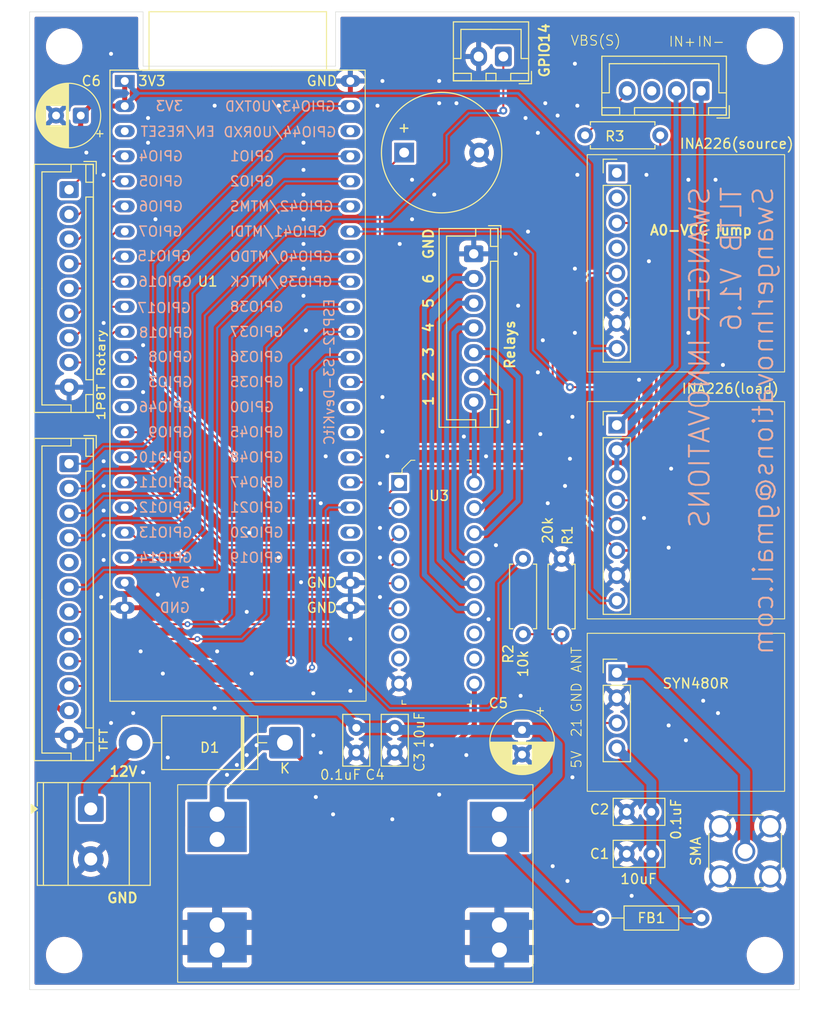
<source format=kicad_pcb>
(kicad_pcb (version 20241229) (generator "pcbnew") (generator_version "9.0")
  (layers (0 "F.Cu" signal) (2 "B.Cu" signal) (13 "F.Paste" user) (15 "B.Paste" user) (5 "F.SilkS" user "F.Silkscreen") (7 "B.SilkS" user "B.Silkscreen") (1 "F.Mask" user) (3 "B.Mask" user) (25 "Edge.Cuts" user))
  (net 0 "")
  (net 3 "Net-(BZ1-+)")
  (net 4 "Net-(J3-Pin_6)")
  (net 5 "Net-(J3-Pin_7)")
  (net 6 "Net-(J6-Pin_5)")
  (net 7 "Net-(J6-Pin_3)")
  (net 8 "Net-(J6-Pin_2)")
  (net 9 "Net-(J6-Pin_8)")
  (net 10 "Net-(J6-Pin_7)")
  (net 11 "Net-(J6-Pin_1)")
  (net 12 "Net-(J6-Pin_6)")
  (net 13 "Net-(J6-Pin_4)")
  (net 14 "Net-(U1-GPIO21)")
  (net 18 "Net-(U1-5V)")
  (net 23 "Net-(J5-Pin_1)")
  (net 24 "GND")
  (net 25 "Net-(J5-Pin_3)")
  (net 26 "Net-(J5-Pin_4)")
  (net 27 "Net-(J1-Pin_6)")
  (net 28 "Net-(J1-Pin_8)")
  (net 29 "Net-(J1-Pin_5)")
  (net 31 "Net-(J1-Pin_3)")
  (net 33 "Net-(J2-Pin_2)")
  (net 34 "Net-(J2-Pin_1)")
  (net 35 "Net-(J3-Pin_3)")
  (net 36 "Net-(J3-Pin_4)")
  (net 37 "Net-(J3-Pin_5)")
  (net 38 "Net-(J3-Pin_2)")
  (net 39 "43")
  (net 40 "1")
  (net 41 "2")
  (net 42 "38")
  (net 43 "41")
  (net 44 "40")
  (net 45 "39")
  (net 46 "36")
  (net 47 "42")
  (net 48 "37")
  (net 51 "Net-(U1-GPIO11{slash}ADC2_CH0)")
  (net 52 "Net-(U1-GPIO13{slash}ADC2_CH2)")
  (net 53 "Net-(J11-Pin_1)")
  (net 54 "Net-(U1-GPIO8{slash}ADC1_CH7)")
  (net 55 "Net-(U1-GPIO10{slash}ADC1_CH9)")
  (net 56 "Net-(U1-GPIO9{slash}ADC1_CH8)")
  (net 57 "Net-(U1-GPIO12{slash}ADC2_CH1)")
  (net 60 "+12v")
  (net 61 "Net-(J8-Pin_4)")
  (net 64 "Net-(D1-A)")
  (footprint "MountingHole:MountingHole_3.2mm_M3" (layer "F.Cu") (at 88 126)
    (property "Reference" "H2" (hide yes))
    (property "Value" "MountingHole")
  )
  (footprint "MountingHole:MountingHole_3.2mm_M3" (layer "F.Cu") (at 159 126)
    (property "Reference" "H3" (hide yes))
    (property "Value" "MountingHole")
  )
  (footprint "Resistor_THT:R_Axial_DIN0207_L6.3mm_D2.5mm_P7.62mm_Horizontal" (layer "F.Cu") (at 148.4 43 180)
    (property "Reference" "R3")
    (property "Value" "10k")
  )
  (footprint "TerminalBlock_Phoenix:TerminalBlock_Phoenix_MKDS-3-2-5.08_1x02_P5.08mm_Horizontal" (layer "F.Cu") (at 90.7 111.2 -90)
    (property "Reference" "J9" (hide yes))
    (property "Value" "Power" (hide yes))
  )
  (footprint "Connector_PinHeader_2.54mm:PinHeader_1x08_P2.54mm_Vertical" (layer "F.Cu") (at 144 72.34)
    (property "Reference" "J2" (hide yes))
    (property "Value" "INA226(load)")
  )
  (footprint "Connector_JST:JST_XH_B7B-XH-A_1x07_P2.50mm_Vertical" (layer "F.Cu") (at 129.5 55 -90)
    (property "Reference" "J3" (hide yes))
    (property "Value" "Relays Coil GND")
  )
  (footprint "Diode_THT:D_DO-201AD_P15.24mm_Horizontal" (layer "F.Cu") (at 110.37 104.5 180)
    (property "Reference" "D1")
    (property "Value" "1N5825")
  )
  (footprint "Capacitor_THT:CP_Radial_D6.3mm_P2.50mm" (layer "F.Cu") (at 89.68238 41 180)
    (property "Reference" "C6")
    (property "Value" "C_Small")
  )
  (footprint "Connector_PinHeader_2.54mm:PinHeader_1x04_P2.54mm_Vertical" (layer "F.Cu") (at 144 97.42)
    (property "Reference" "J5" (hide yes))
    (property "Value" "SYN480R")
  )
  (footprint "Connector_Coaxial:SMA_Amphenol_132134-16_Vertical" (layer "F.Cu") (at 157 115.5 -90)
    (property "Reference" "J7" (hide yes))
    (property "Value" "SMA")
  )
  (footprint "Connector_JST:JST_XH_B12B-XH-A_1x12_P2.50mm_Vertical" (layer "F.Cu") (at 88.5 76.25 -90)
    (property "Reference" "J4" (hide yes))
    (property "Value" "TFT")
  )
  (footprint "Resistor_THT:R_Axial_DIN0207_L6.3mm_D2.5mm_P7.62mm_Horizontal" (layer "F.Cu") (at 138.4 85.89 -90)
    (property "Reference" "R1")
    (property "Value" "20k")
  )
  (footprint "Buzzer_Beeper:Buzzer_12x9.5RM7.6" (layer "F.Cu") (at 122.45 44.75)
    (property "Reference" "BZ1" (hide yes))
    (property "Value" "Buzzer")
  )
  (footprint "PCM_Espressif:ESP32-S3-DevKitC" (layer "F.Cu") (at 94.14 37.5)
    (property "Reference" "U1")
    (property "Value" "ESP32-S3-DevKitC")
  )
  (footprint "Connector_JST:JST_XH_B2B-XH-A_1x02_P2.50mm_Vertical" (layer "F.Cu") (at 132.5 35.025 180)
    (property "Reference" "J11" (hide yes))
    (property "Value" "Conn_01x02_Socket")
  )
  (footprint "Connector_JST:JST_XH_B4B-XH-A_1x04_P2.50mm_Vertical" (layer "F.Cu") (at 152.54 38.5 180)
    (property "Reference" "J8" (hide yes))
    (property "Value" "INA inputs")
  )
  (footprint "Capacitor_THT:C_Disc_D5.0mm_W2.5mm_P2.50mm" (layer "F.Cu") (at 121.5 103 -90)
    (property "Reference" "C3")
    (property "Value" "10uF")
  )
  (footprint "Inductor_THT:L_Axial_L5.3mm_D2.2mm_P10.16mm_Horizontal_Vishay_IM-1" (layer "F.Cu") (at 142.42 122.25)
    (property "Reference" "FB1")
    (property "Value" "Ferrite")
  )
  (footprint "Capacitor_THT:C_Disc_D5.0mm_W2.5mm_P2.50mm" (layer "F.Cu") (at 117.6 103 -90)
    (property "Reference" "C4")
    (property "Value" "0.1uF")
  )
  (footprint "Connector_PinHeader_2.54mm:PinHeader_1x08_P2.54mm_Vertical" (layer "F.Cu") (at 144 46.8)
    (property "Reference" "J1" (hide yes))
    (property "Value" "INA226(source)")
  )
  (footprint "Capacitor_THT:C_Disc_D5.0mm_W2.5mm_P2.50mm" (layer "F.Cu") (at 147.5 111.5 180)
    (property "Reference" "C2")
    (property "Value" "10uF")
  )
  (footprint "Connector_JST:JST_XH_B9B-XH-A_1x09_P2.50mm_Vertical" (layer "F.Cu") (at 88.5 48.5 -90)
    (property "Reference" "J6" (hide yes))
    (property "Value" "1P8T Rotary")
  )
  (footprint "Capacitor_THT:CP_Radial_D6.3mm_P2.50mm" (layer "F.Cu") (at 134.4 103.2 -90)
    (property "Reference" "C5")
    (property "Value" "C_Small")
  )
  (footprint "digikey-footprints:DIP-18_W7.62mm" (layer "F.Cu") (at 121.94 78.2)
    (property "Reference" "U3")
    (property "Value" "ULN2803A")
  )
  (footprint "MountingHole:MountingHole_3.2mm_M3" (layer "F.Cu") (at 159 34)
    (property "Reference" "H4" (hide yes))
    (property "Value" "MountingHole")
  )
  (footprint "Myfootprints:5v Buck module" (layer "F.Cu") (at 103.5 111.75)
    (property "Reference" "U2" (hide yes))
    (property "Value" "~" (hide yes))
  )
  (footprint "Resistor_THT:R_Axial_DIN0207_L6.3mm_D2.5mm_P7.62mm_Horizontal" (layer "F.Cu") (at 134.5 85.88 -90)
    (property "Reference" "R2")
    (property "Value" "10k")
  )
  (footprint "Capacitor_THT:C_Disc_D5.0mm_W2.5mm_P2.50mm" (layer "F.Cu") (at 147.5 115.75 180)
    (property "Reference" "C1")
    (property "Value" "0.1uF")
  )
  (footprint "MountingHole:MountingHole_3.2mm_M3" (layer "F.Cu") (at 88 34)
    (property "Reference" "H1" (hide yes))
    (property "Value" "MountingHole")
  )
  (gr_rect (start 141 93.42) (end 161 109.42) (stroke (width 0.1)) (fill no) (layer "F.SilkS"))
  (gr_rect (start 141 69.96) (end 161 91.96) (stroke (width 0.1)) (fill no) (layer "F.SilkS"))
  (gr_rect (start 141 44.96) (end 161 66.96) (stroke (width 0.1)) (fill no) (layer "F.SilkS"))
  (gr_line (start 96 30.5) (end 96 36) (stroke (width 0.05)) (layer "Edge.Cuts"))
  (gr_line (start 109 36) (end 96 36) (stroke (width 0.05)) (layer "Edge.Cuts"))
  (gr_line (start 128 30.5) (end 115.5 30.5) (stroke (width 0.05)) (layer "Edge.Cuts"))
  (gr_line (start 162.5 129.5) (end 84.5 129.5) (stroke (width 0.05)) (layer "Edge.Cuts"))
  (gr_line (start 128 30.5) (end 162.5 30.5) (stroke (width 0.05)) (layer "Edge.Cuts"))
  (gr_line (start 162.5 30.5) (end 162.5 129.5) (stroke (width 0.05)) (layer "Edge.Cuts"))
  (gr_line (start 109 36) (end 115.5 36) (stroke (width 0.05)) (layer "Edge.Cuts"))
  (gr_line (start 96 30.5) (end 84.5 30.5) (stroke (width 0.05)) (layer "Edge.Cuts"))
  (gr_line (start 84.5 129.5) (end 84.5 30.5) (stroke (width 0.05)) (layer "Edge.Cuts"))
  (gr_line (start 115.5 36) (end 115.5 30.5) (stroke (width 0.05)) (layer "Edge.Cuts"))
  (gr_text "Relays" (at 133.75 66.75 90) (layer "F.SilkS") (effects (font (size 1 1) (thickness 0.2) (bold yes)) (justify left bottom)))
  (gr_text "GND" (at 92.25 120.8 0) (layer "F.SilkS") (effects (font (size 1 1) (thickness 0.2) (bold yes)) (justify left bottom)))
  (gr_text "GND" (at 140.5 101.5 90) (layer "F.SilkS") (effects (font (size 1 1) (thickness 0.1)) (justify left bottom)))
  (gr_text "A0-VCC jump" (at 147.25 53.2 0) (layer "F.SilkS") (effects (font (size 1 1) (thickness 0.2) (bold yes)) (justify left bottom)))
  (gr_text "ANT" (at 140.5 97.5 90) (layer "F.SilkS") (effects (font (size 1 1) (thickness 0.1)) (justify left bottom)))
  (gr_text "VBS(S)" (at 139.25 34 0) (layer "F.SilkS") (effects (font (size 1 1) (thickness 0.1)) (justify left bottom)))
  (gr_text "IN+" (at 149.2 34.1 0) (layer "F.SilkS") (effects (font (size 1 1) (thickness 0.1)) (justify left bottom)))
  (gr_text "1  2  3  4  5  6  GND" (at 125.5 70.5 90) (layer "F.SilkS") (effects (font (size 1 1) (thickness 0.2) (bold yes)) (justify left bottom)))
  (gr_text "GPIO14" (at 137.25 37.25 90) (layer "F.SilkS") (effects (font (size 1 1) (thickness 0.2) (bold yes)) (justify left bottom)))
  (gr_text "21" (at 140.5 104 90) (layer "F.SilkS") (effects (font (size 1 1) (thickness 0.1)) (justify left bottom)))
  (gr_text "5V" (at 140.5 107.17 90) (layer "F.SilkS") (effects (font (size 1 1) (thickness 0.1)) (justify left bottom)))
  (gr_text "IN-" (at 152.1 34.1 0) (layer "F.SilkS") (effects (font (size 1 1) (thickness 0.1)) (justify left bottom)))
  (gr_text "12V" (at 92.5 108 0) (layer "F.SilkS") (effects (font (size 1 1) (thickness 0.2) (bold yes)) (justify left bottom)))
  (gr_text "SWANGER INNOVATIONS \nTLTB V1.6\nSwangerInnovations@gmail.com" (at 160 48.07 90) (layer "B.SilkS") (effects (font (size 2 2) (thickness 0.2) (bold yes)) (justify left bottom mirror)))
  (segment (start 118.52 67.98) (end 120 66.5) (width 0.203) (layer "F.Cu") (net 3))
  (segment (start 120 66.5) (end 120 47.2) (width 0.203) (layer "F.Cu") (net 3))
  (segment (start 120 47.2) (end 122.45 44.75) (width 0.203) (layer "F.Cu") (net 3))
  (segment (start 117 67.98) (end 118.52 67.98) (width 0.203) (layer "F.Cu") (net 3))
  (segment (start 129.56 80.74) (end 130.26 80.74) (width 0.508) (layer "B.Cu") (net 4))
  (segment (start 130.5 67.5) (end 129.5 67.5) (width 0.508) (layer "B.Cu") (net 4))
  (segment (start 132 79) (end 132 69) (width 0.508) (layer "B.Cu") (net 4))
  (segment (start 130.26 80.74) (end 132 79) (width 0.508) (layer "B.Cu") (net 4))
  (segment (start 132 69) (end 130.5 67.5) (width 0.508) (layer "B.Cu") (net 4))
  (segment (start 129.56 78.2) (end 129.56 70.06) (width 0.508) (layer "B.Cu") (net 5))
  (segment (start 90 58.5) (end 88.5 58.5) (width 0.2) (layer "F.Cu") (net 6))
  (segment (start 93.22 55.28) (end 90 58.5) (width 0.2) (layer "F.Cu") (net 6))
  (segment (start 92.8 50.2) (end 89.5 53.5) (width 0.2) (layer "F.Cu") (net 7))
  (segment (start 94.14 50.2) (end 92.8 50.2) (width 0.2) (layer "F.Cu") (net 7))
  (segment (start 94.14 47.66) (end 92.84 47.66) (width 0.2) (layer "F.Cu") (net 8))
  (segment (start 92.84 47.66) (end 89.5 51) (width 0.2) (layer "F.Cu") (net 8))
  (segment (start 93.1 62.9) (end 90 66) (width 0.2) (layer "F.Cu") (net 9))
  (segment (start 90 66) (end 88.5 66) (width 0.2) (layer "F.Cu") (net 9))
  (segment (start 94.14 60.36) (end 92.14 60.36) (width 0.2) (layer "F.Cu") (net 10))
  (segment (start 92.14 60.36) (end 89 63.5) (width 0.2) (layer "F.Cu") (net 10))
  (segment (start 94.14 45.12) (end 91.88 45.12) (width 0.2) (layer "F.Cu") (net 11))
  (segment (start 91.88 45.12) (end 88.5 48.5) (width 0.2) (layer "F.Cu") (net 11))
  (segment (start 94.14 57.82) (end 92.68 57.82) (width 0.2) (layer "F.Cu") (net 12))
  (segment (start 92.68 57.82) (end 89.5 61) (width 0.2) (layer "F.Cu") (net 12))
  (segment (start 93.26 52.74) (end 90 56) (width 0.2) (layer "F.Cu") (net 13))
  (segment (start 90 56) (end 88.5 56) (width 0.2) (layer "F.Cu") (net 13))
  (segment (start 131 101) (end 121 101) (width 0.203) (layer "B.Cu") (net 14))
  (segment (start 114.5 81) (end 114.82 80.68) (width 0.203) (layer "B.Cu") (net 14))
  (segment (start 132 88.38) (end 132 100) (width 0.203) (layer "B.Cu") (net 14))
  (segment (start 114.82 80.68) (end 117 80.68) (width 0.203) (layer "B.Cu") (net 14))
  (segment (start 132 100) (end 131 101) (width 0.203) (layer "B.Cu") (net 14))
  (segment (start 134.5 85.88) (end 132 88.38) (width 0.203) (layer "B.Cu") (net 14))
  (segment (start 114.5 94.5) (end 114.5 81) (width 0.203) (layer "B.Cu") (net 14))
  (segment (start 121 101) (end 114.5 94.5) (width 0.203) (layer "B.Cu") (net 14))
  (segment (start 115.85 101.25) (end 107.08904 101.25) (width 1) (layer "B.Cu") (net 18))
  (segment (start 121.5 103) (end 117.6 103) (width 1) (layer "B.Cu") (net 18))
  (segment (start 107.08904 101.25) (end 94.13632 88.29728) (width 1) (layer "B.Cu") (net 18))
  (segment (start 117.6 103) (end 115.85 101.25) (width 1) (layer "B.Cu") (net 18))
  (segment (start 132.1 114.29) (end 140.06 122.25) (width 1) (layer "B.Cu") (net 18))
  (segment (start 134 111.75) (end 138 107.75) (width 1) (layer "B.Cu") (net 18))
  (segment (start 140.06 122.25) (end 142.42 122.25) (width 1) (layer "B.Cu") (net 18))
  (segment (start 134.4 103.2) (end 121.7 103.2) (width 1) (layer "B.Cu") (net 18))
  (segment (start 138 104.75) (end 136.45 103.2) (width 1) (layer "B.Cu") (net 18))
  (segment (start 138 107.75) (end 138 104.75) (width 1) (layer "B.Cu") (net 18))
  (segment (start 136.45 103.2) (end 134.4 103.2) (width 1) (layer "B.Cu") (net 18))
  (segment (start 146.92 97.42) (end 157 107.5) (width 1) (layer "B.Cu") (net 23))
  (segment (start 144 97.42) (end 146.92 97.42) (width 1) (layer "B.Cu") (net 23))
  (segment (start 157 107.5) (end 157 115.5) (width 1) (layer "B.Cu") (net 23))
  (via (at 147.25 55.75) (size 0.8) (drill 0.4) (layers "F.Cu" "B.Cu") (net 24))
  (via (at 92 83.5) (size 0.8) (drill 0.4) (layers "F.Cu" "B.Cu") (net 24))
  (via (at 147 47) (size 0.8) (drill 0.4) (layers "F.Cu" "B.Cu") (net 24))
  (via (at 96.5 41.25) (size 0.8) (drill 0.4) (layers "F.Cu" "B.Cu") (net 24))
  (via (at 123.25 51.5) (size 0.8) (drill 0.4) (layers "F.Cu" "B.Cu") (net 24))
  (via (at 120.25 37.5) (size 0.8) (drill 0.4) (layers "F.Cu" "B.Cu") (net 24))
  (via (at 120.25 73) (size 0.8) (drill 0.4) (layers "F.Cu" "B.Cu") (net 24))
  (via (at 92 86) (size 0.8) (drill 0.4) (layers "F.Cu" "B.Cu") (net 24))
  (via (at 92 76) (size 0.8) (drill 0.4) (layers "F.Cu" "B.Cu") (net 24))
  (via (at 146.75 81.75) (size 0.8) (drill 0.4) (layers "F.Cu" "B.Cu") (net 24))
  (via (at 92 81) (size 0.8) (drill 0.4) (layers "F.Cu" "B.Cu") (net 24))
  (via (at 113.25 103.75) (size 0.8) (drill 0.4) (layers "F.Cu" "B.Cu") (net 24))
  (via (at 120 85.75) (size 0.8) (drill 0.4) (layers "F.Cu" "B.Cu") (net 24))
  (via (at 120.75 75.5) (size 0.8) (drill 0.4) (layers "F.Cu" "B.Cu") (net 24))
  (via (at 145.5 120) (size 0.8) (drill 0.4) (layers "F.Cu" "B.Cu") (net 24))
  (via (at 136 67) (size 0.8) (drill 0.4) (layers "F.Cu" "B.Cu") (net 24))
  (via (at 139.25 75.75) (size 0.8) (drill 0.4) (layers "F.Cu" "B.Cu") (net 24))
  (via (at 154.25 101.5) (size 0.8) (drill 0.4) (layers "F.Cu" "B.Cu") (net 24))
  (via (at 136.5 63.75) (size 0.8) (drill 0.4) (layers "F.Cu" "B.Cu") (net 24))
  (via (at 92.75 102.5) (size 0.8) (drill 0.4) (layers "F.Cu" "B.Cu") (net 24))
  (via (at 115.25 111.75) (size 0.8) (drill 0.4) (layers "F.Cu" "B.Cu") (net 24))
  (via (at 112.25 56.5) (size 0.8) (drill 0.4) (layers "F.Cu" "B.Cu") (net 24))
  (via (at 97.5 89.5) (size 0.8) (drill 0.4) (layers "F.Cu" "B.Cu") (net 24))
  (via (at 114 80.25) (size 0.8) (drill 0.4) (layers "F.Cu" "B.Cu") (net 24))
  (via (at 149.25 102.75) (size 0.8) (drill 0.4) (layers "F.Cu" "B.Cu") (net 24))
  (via (at 140 47) (size 0.8) (drill 0.4) (layers "F.Cu" "B.Cu") (net 24))
  (via (at 106.5 91.25) (size 0.8) (drill 0.4) (layers "F.Cu" "B.Cu") (net 24))
  (via (at 134.25 99.75) (size 0.8) (drill 0.4) (layers "F.Cu" "B.Cu") (net 24))
  (via (at 152.75 100.25) (size 0.8) (drill 0.4) (layers "F.Cu" "B.Cu") (net 24))
  (via (at 121.25 112.25) (size 0.8) (drill 0.4) (layers "F.Cu" "B.Cu") (net 24))
  (via (at 137 80.25) (size 0.8) (drill 0.4) (layers "F.Cu" "B.Cu") (net 24))
  (via (at 125.5 49) (size 0.8) (drill 0.4) (layers "F.Cu" "B.Cu") (net 24))
  (via (at 139.75 63) (size 0.8) (drill 0.4) (layers "F.Cu" "B.Cu") (net 24))
  (via (at 126 37.5) (size 0.8) (drill 0.4) (layers "F.Cu" "B.Cu") (net 24))
  (via (at 117 94) (size 0.8) (drill 0.4) (layers "F.Cu" "B.Cu") (net 24))
  (via (at 113.25 99.5) (size 0.8) (drill 0.4) (layers "F.Cu" "B.Cu") (net 24))
  (via (at 107 97.5) (size 0.8) (drill 0.4) (layers "F.Cu" "B.Cu") (net 24))
  (via (at 112.25 49) (size 0.8) (drill 0.4) (layers "F.Cu" "B.Cu") (net 24))
  (via (at 117 99.25) (size 0.8) (drill 0.4) (layers "F.Cu" "B.Cu") (net 24))
  (via (at 128.5 73.5) (size 0.8) (drill 0.4) (layers "F.Cu" "B.Cu") (net 24))
  (via (at 137.5 117) (size 0.8) (drill 0.4) (layers "F.Cu" "B.Cu") (net 24))
  (via (at 131.75 84.5) (size 0.8) (drill 0.4) (layers "F.Cu" "B.Cu") (net 24))
  (via (at 125.25 104.75) (size 0.8) (drill 0.4) (layers "F.Cu" "B.Cu") (net 24))
  (via (at 120 82.75) (size 0.8) (drill 0.4) (layers "F.Cu" "B.Cu") (net 24))
  (via (at 92.75 34.75) (size 0.8) (drill 0.4) (layers "F.Cu" "B.Cu") (net 24))
  (via (at 138.75 78.5) (size 0.8) (drill 0.4) (layers "F.Cu" "B.Cu") (net 24))
  (via (at 92 47) (size 0.8) (drill 0.4) (layers "F.Cu" "B.Cu") (net 24))
  (via (at 136 42.75) (size 0.8) (drill 0.4) (layers "F.Cu" "B.Cu") (net 24))
  (via (at 123.25 47.5) (size 0.8) (drill 0.4) (layers "F.Cu" "B.Cu") (net 24))
  (via (at 139.75 35.75) (size 0.8) (drill 0.4) (layers "F.Cu" "B.Cu") (net 24))
  (via (at 112.25 51.5) (size 0.8) (drill 0.4) (layers "F.Cu" "B.Cu") (net 24))
  (via (at 139.5 71.5) (size 0.8) (drill 0.4) (layers "F.Cu" "B.Cu") (net 24))
  (via (at 112.25 54) (size 0.8) (drill 0.4) (layers "F.Cu" "B.Cu") (net 24))
  (via (at 98 97.5) (size 0.8) (drill 0.4) (layers "F.Cu" "B.Cu") (net 24))
  (via (at 96.5 43.75) (size 0.8) (drill 0.4) (layers "F.Cu" "B.Cu") (net 24))
  (via (at 139.75 56.5) (size 0.8) (drill 0.4) (layers "F.Cu" "B.Cu") (net 24))
  (via (at 103.5 95.25) (size 0.8) (drill 0.4) (layers "F.Cu" "B.Cu") (net 24))
  (via (at 103.25 40) (size 0.8) (drill 0.4) (layers "F.Cu" "B.Cu") (net 24))
  (via (at 98.5 106) (size 0.8) (drill 0.4) (layers "F.Cu" "B.Cu") (net 24))
  (via (at 126 39.75) (size 0.8) (drill 0.4) (layers "F.Cu" "B.Cu") (net 24))
  (via (at 146.25 67.75) (size 0.8) (drill 0.4) (layers "F.Cu" "B.Cu") (net 24))
  (via (at 133.75 55) (size 0.8) (drill 0.4) (layers "F.Cu" "B.Cu") (net 24))
  (via (at 136.25 73.25) (size 0.8) (drill 0.4) (layers "F.Cu" "B.Cu") (net 24))
  (via (at 96 69) (size 0.8) (drill 0.4) (layers "F.Cu" "B.Cu") (net 24))
  (via (at 139 118.5) (size 0.8) (drill 0.4) (layers "F.Cu" "B.Cu") (net 24))
  (via (at 133 72) (size 0.8) (drill 0.4) (layers "F.Cu" "B.Cu") (net 24))
  (via (at 135 52.75) (size 0.8) (drill 0.4) (layers "F.Cu" "B.Cu") (net 24))
  (via (at 109.75 85.75) (size 0.8) (drill 0.4) (layers "F.Cu" "B.Cu") (net 24))
  (via (at 92 62) (size 0.8) (drill 0.4) (layers "F.Cu" "B.Cu") (net 24))
  (via (at 130.75 75.5) (size 0.8) (drill 0.4) (layers "F.Cu" "B.Cu") (net 24))
  (via (at 139.5 108) (size 0.8) (drill 0.4) (layers "F.Cu" "B.Cu") (net 24))
  (via (at 134 60.25) (size 0.8) (drill 0.4) (layers "F.Cu" "B.Cu") (net 24))
  (via (at 151 104.25) (size 0.8) (drill 0.4) (layers "F.Cu" "B.Cu") (net 24))
  (via (at 109.75 40) (size 0.8) (drill 0.4) (layers "F.Cu" "B.Cu") (net 24))
  (via (at 138 41) (size 0.8) (drill 0.4) (layers "F.Cu" "B.Cu") (net 24))
  (via (at 154.75 66.25) (size 0.8) (drill 0.4) (layers "F.Cu" "B.Cu") (net 24))
  (via (at 103.25 101) (size 0.8) (drill 0.4) (layers "F.Cu" "B.Cu") (net 24))
  (via (at 102 89) (size 0.8) (drill 0.4) (layers "F.Cu" "B.Cu") (net 24))
  (via (at 114 105.5) (size 0.8) (drill 0.4) (layers "F.Cu" "B.Cu") (net 24))
  (via (at 96 64.25) (size 0.8) (drill 0.4) (layers "F.Cu" "B.Cu") (net 24))
  (via (at 127.75 39.75) (size 0.8) (drill 0.4) (layers "F.Cu" "B.Cu") (net 24))
  (via (at 149.25 84.75) (size 0.8) (drill 0.4) (layers "F.Cu" "B.Cu") (net 24))
  (via (at 134.75 41.25) (size 0.8) (drill 0.4) (layers "F.Cu" "B.Cu") (net 24))
  (via (at 136.75 39.75) (size 0.8) (drill 0.4) (layers "F.Cu" "B.Cu") (net 24))
  (via (at 114.5 75.5) (size 0.8) (drill 0.4) (layers "F.Cu" "B.Cu") (net 24))
  (via (at 112.5 62.75) (size 0.8) (drill 0.4) (layers "F.Cu" "B.Cu") (net 24))
  (via (at 112.25 59.25) (size 0.8) (drill 0.4) (layers "F.Cu" "B.Cu") (net 24))
  (via (at 112.25 43.75) (size 0.8) (drill 0.4) (layers "F.Cu" "B.Cu") (net 24))
  (via (at 92 78.5) (size 0.8) (drill 0.4) (layers "F.Cu" "B.Cu") (net 24))
  (via (at 120 89.75) (size 0.8) (drill 0.4) (layers "F.Cu" "B.Cu") (net 24))
  (via (at 96 107.5) (size 0.8) (drill 0.4) (layers "F.Cu" "B.Cu") (net 24))
  (via (at 112 68.75) (size 0.8) (drill 0.4) (layers "F.Cu" "B.Cu") (net 24))
  (via (at 131 92) (size 0.8) (drill 0.4) (layers "F.Cu" "B.Cu") (net 24))
  (via (at 122 54) (size 0.8) (drill 0.4) (layers "F.Cu" "B.Cu") (net 24))
  (via (at 91.75 89.75) (size 0.8) (drill 0.4) (layers "F.Cu" "B.Cu") (net 24))
  (via (at 149.5 76.75) (size 0.8) (drill 0.4) (layers "F.Cu" "B.Cu") (net 24))
  (via (at 154 47.5) (size 0.8) (drill 0.4) (layers "F.Cu" "B.Cu") (net 24))
  (via (at 120 78.25) (size 0.8) (drill 0.4) (layers "F.Cu" "B.Cu") (net 24))
  (via (at 113.5 110) (size 0.8) (drill 0.4) (layers "F.Cu" "B.Cu") (net 24))
  (via (at 151.25 63) (size 0.8) (drill 0.4) (layers "F.Cu" "B.Cu") (net 24))
  (via (at 128.75 105.75) (size 0.8) (drill 0.4) (layers "F.Cu" "B.Cu") (net 24))
  (via (at 90.25 44.75) (size 0.8) (drill 0.4) (layers "F.Cu" "B.Cu") (net 24))
  (via (at 112 88.25) (size 0.8) (drill 0.4) (layers "F.Cu" "B.Cu") (net 24))
  (via (at 140 40) (size 0.8) (drill 0.4) (layers "F.Cu" "B.Cu") (net 24))
  (via (at 126 109.75) (size 0.8) (drill 0.4) (layers "F.Cu" "B.Cu") (net 24))
  (via (at 95.75 95.25) (size 0.8) (drill 0.4) (layers "F.Cu" "B.Cu") (net 24))
  (via (at 112.25 46.5) (size 0.8) (drill 0.4) (layers "F.Cu" "B.Cu") (net 24))
  (via (at 97.25 51.5) (size 0.8) (drill 0.4) (layers "F.Cu" "B.Cu") (net 24))
  (via (at 106.75 83.25) (size 0.8) (drill 0.4) (layers "F.Cu" "B.Cu") (net 24))
  (via (at 119.75 40) (size 0.8) (drill 0.4) (layers "F.Cu" "B.Cu") (net 24))
  (via (at 120.25 69.5) (size 0.8) (drill 0.4) (layers "F.Cu" "B.Cu") (net 24))
  (via (at 151.25 47.5) (size 0.8) (drill 0.4) (layers "F.Cu" "B.Cu") (net 24))
  (via (at 95 101.5) (size 0.8) (drill 0.4) (layers "F.Cu" "B.Cu") (net 24))
  (segment (start 140.5 102.5) (end 138.4 100.4) (width 0.203) (layer "F.Cu") (net 25))
  (segment (start 138.4 100.4) (end 138.4 93.51) (width 0.203) (layer "F.Cu") (net 25))
  (segment (start 144 102.5) (end 140.5 102.5) (width 0.203) (layer "F.Cu") (net 25))
  (segment (start 138.4 93.51) (end 134.51 93.51) (width 0.203) (layer "F.Cu") (net 25))
  (segment (start 151.25 122.25) (end 147.5 118.5) (width 1) (layer "B.Cu") (net 26))
  (segment (start 152.58 122.25) (end 151.25 122.25) (width 1) (layer "B.Cu") (net 26))
  (segment (start 147.5 111.5) (end 147.5 108.54) (width 1) (layer "B.Cu") (net 26))
  (segment (start 147.5 108.54) (end 144 105.04) (width 1) (layer "B.Cu") (net 26))
  (segment (start 147.5 118.5) (end 147.5 115.75) (width 1) (layer "B.Cu") (net 26))
  (segment (start 147.5 115.75) (end 147.5 111.5) (width 1) (layer "B.Cu") (net 26))
  (segment (start 148 60) (end 148 83.5) (width 0.254) (layer "F.Cu") (net 27))
  (segment (start 118.61 78.14) (end 120.25 76.5) (width 0.203) (layer "F.Cu") (net 27))
  (segment (start 120.25 76.5) (end 135.46 76.5) (width 0.203) (layer "F.Cu") (net 27))
  (segment (start 147.5 59.5) (end 148 60) (width 0.254) (layer "F.Cu") (net 27))
  (segment (start 148 83.5) (end 146.46 85.04) (width 0.254) (layer "F.Cu") (net 27))
  (segment (start 135.46 76.5) (end 144 85.04) (width 0.203) (layer "F.Cu") (net 27))
  (segment (start 146.46 85.04) (end 144 85.04) (width 0.254) (layer "F.Cu") (net 27))
  (segment (start 144 59.5) (end 147.5 59.5) (width 0.254) (layer "F.Cu") (net 27))
  (segment (start 117 78.14) (end 118.61 78.14) (width 0.203) (layer "F.Cu") (net 27))
  (segment (start 90.64238 40.04) (end 94.14 40.04) (width 0.508) (layer "F.Cu") (net 28))
  (segment (start 89.68238 41) (end 89.68238 42.06762) (width 0.508) (layer "F.Cu") (net 28))
  (segment (start 85.75 99.308) (end 87.692 101.25) (width 0.508) (layer "F.Cu") (net 28))
  (segment (start 85.75 46) (end 85.75 99.308) (width 0.508) (layer "F.Cu") (net 28))
  (segment (start 94.14 40.04) (end 94.14 37.5) (width 0.508) (layer "F.Cu") (net 28))
  (segment (start 90.64238 40.04) (end 89.68238 41) (width 0.508) (layer "F.Cu") (net 28))
  (segment (start 89.68238 42.06762) (end 85.75 46) (width 0.508) (layer "F.Cu") (net 28))
  (segment (start 141.25 89) (end 142.37 90.12) (width 0.254) (layer "B.Cu") (net 28))
  (segment (start 95.39 38.75) (end 134 38.75) (width 0.254) (layer "B.Cu") (net 28))
  (segment (start 144 64.58) (end 141.42 64.58) (width 0.254) (layer "B.Cu") (net 28))
  (segment (start 141.25 64.75) (end 141.25 89) (width 0.254) (layer "B.Cu") (net 28))
  (segment (start 95.39 38.75) (end 94.14 37.5) (width 0.508) (layer "B.Cu") (net 28))
  (segment (start 94.14 40) (end 95.39 38.75) (width 0.508) (layer "B.Cu") (net 28))
  (segment (start 141.25 46) (end 141.25 64.75) (width 0.254) (layer "B.Cu") (net 28))
  (segment (start 134 38.75) (end 141.25 46) (width 0.254) (layer "B.Cu") (net 28))
  (segment (start 142.37 90.12) (end 144 90.12) (width 0.254) (layer "B.Cu") (net 28))
  (segment (start 141.42 64.58) (end 141.25 64.75) (width 0.254) (layer "B.Cu") (net 28))
  (segment (start 119.5 74.5) (end 137.5 74.5) (width 0.203) (layer "F.Cu") (net 29))
  (segment (start 144 82.5) (end 137.5 76) (width 0.203) (layer "F.Cu") (net 29))
  (segment (start 117 75.6) (end 118.4 75.6) (width 0.203) (layer "F.Cu") (net 29))
  (segment (start 137.5 76) (end 137.5 74.5) (width 0.203) (layer "F.Cu") (net 29))
  (segment (start 141.29 56.96) (end 137.5 60.75) (width 0.203) (layer "F.Cu") (net 29))
  (segment (start 118.4 75.6) (end 119.5 74.5) (width 0.203) (layer "F.Cu") (net 29))
  (segment (start 144 56.96) (end 141.29 56.96) (width 0.203) (layer "F.Cu") (net 29))
  (segment (start 137.5 60.75) (end 137.5 74.5) (width 0.203) (layer "F.Cu") (net 29))
  (segment (start 144 51.88) (end 146.12 51.88) (width 0.203) (layer "F.Cu") (net 31))
  (segment (start 146.12 51.88) (end 148.4 49.6) (width 0.203) (layer "F.Cu") (net 31))
  (segment (start 148.4 49.6) (end 148.4 43) (width 0.203) (layer "F.Cu") (net 31))
  (segment (start 144 74.88) (end 152.54 66.34) (width 0.508) (layer "B.Cu") (net 33))
  (segment (start 152.54 66.34) (end 152.54 38.5) (width 0.508) (layer "B.Cu") (net 33))
  (segment (start 144 77.42) (end 144 74.88) (width 0.508) (layer "B.Cu") (net 33))
  (segment (start 144 72.34) (end 150 66.34) (width 0.508) (layer "B.Cu") (net 34))
  (segment (start 150 66.34) (end 150 38.5) (width 0.508) (layer "B.Cu") (net 34))
  (segment (start 128 60) (end 129.5 60) (width 0.508) (layer "B.Cu") (net 35))
  (segment (start 129.56 88.36) (end 128.36 88.36) (width 0.508) (layer "B.Cu") (net 35))
  (segment (start 128.36 88.36) (end 126 86) (width 0.508) (layer "B.Cu") (net 35))
  (segment (start 126 62) (end 128 60) (width 0.508) (layer "B.Cu") (net 35))
  (segment (start 126 86) (end 126 62) (width 0.508) (layer "B.Cu") (net 35))
  (segment (start 128 62.5) (end 129.5 62.5) (width 0.508) (layer "B.Cu") (net 36))
  (segment (start 128.32 85.82) (end 127.5 85) (width 0.508) (layer "B.Cu") (net 36))
  (segment (start 129.56 85.82) (end 128.32 85.82) (width 0.508) (layer "B.Cu") (net 36))
  (segment (start 127.5 85) (end 127.5 63) (width 0.508) (layer "B.Cu") (net 36))
  (segment (start 127.5 63) (end 128 62.5) (width 0.508) (layer "B.Cu") (net 36))
  (segment (start 130.72 83.28) (end 134 80) (width 0.508) (layer "B.Cu") (net 37))
  (segment (start 134 80) (end 134 67.5) (width 0.508) (layer "B.Cu") (net 37))
  (segment (start 134 67.5) (end 131.5 65) (width 0.508) (layer "B.Cu") (net 37))
  (segment (start 131.5 65) (end 129.5 65) (width 0.508) (layer "B.Cu") (net 37))
  (segment (start 129.56 83.28) (end 130.72 83.28) (width 0.508) (layer "B.Cu") (net 37))
  (segment (start 127.5 57.5) (end 129.5 57.5) (width 0.508) (layer "B.Cu") (net 38))
  (segment (start 124.5 60.5) (end 127.5 57.5) (width 0.508) (layer "B.Cu") (net 38))
  (segment (start 129.56 90.9) (end 127.9 90.9) (width 0.508) (layer "B.Cu") (net 38))
  (segment (start 124.5 87.5) (end 124.5 60.5) (width 0.508) (layer "B.Cu") (net 38))
  (segment (start 127.9 90.9) (end 124.5 87.5) (width 0.508) (layer "B.Cu") (net 38))
  (segment (start 97 56) (end 112.96 40.04) (width 0.2) (layer "B.Cu") (net 39))
  (segment (start 97 73.5) (end 97 56) (width 0.2) (layer "B.Cu") (net 39))
  (segment (start 90.25 76.25) (end 92 74.5) (width 0.2) (layer "B.Cu") (net 39))
  (segment (start 96 74.5) (end 97 73.5) (width 0.2) (layer "B.Cu") (net 39))
  (segment (start 112.96 40.04) (end 117 40.04) (width 0.2) (layer "B.Cu") (net 39))
  (segment (start 92 74.5) (end 96 74.5) (width 0.2) (layer "B.Cu") (net 39))
  (segment (start 88.5 76.25) (end 90.25 76.25) (width 0.2) (layer "B.Cu") (net 39))
  (segment (start 90.25 78.75) (end 92 77) (width 0.2) (layer "B.Cu") (net 40))
  (segment (start 88.5 78.75) (end 90.25 78.75) (width 0.2) (layer "B.Cu") (net 40))
  (segment (start 98.5 57) (end 110.38 45.12) (width 0.2) (layer "B.Cu") (net 40))
  (segment (start 98.5 75.5) (end 98.5 57) (width 0.2) (layer "B.Cu") (net 40))
  (segment (start 97 77) (end 98.5 75.5) (width 0.2) (layer "B.Cu") (net 40))
  (segment (start 110.38 45.12) (end 117 45.12) (width 0.2) (layer "B.Cu") (net 40))
  (segment (start 92 77) (end 97 77) (width 0.2) (layer "B.Cu") (net 40))
  (segment (start 90.25 81.25) (end 92 79.5) (width 0.2) (layer "B.Cu") (net 41))
  (segment (start 92 79.5) (end 99 79.5) (width 0.2) (layer "B.Cu") (net 41))
  (segment (start 99.5 58.5) (end 110.34 47.66) (width 0.2) (layer "B.Cu") (net 41))
  (segment (start 110.34 47.66) (end 117 47.66) (width 0.2) (layer "B.Cu") (net 41))
  (segment (start 99.5 79) (end 99.5 58.5) (width 0.2) (layer "B.Cu") (net 41))
  (segment (start 99 79.5) (end 99.5 79) (width 0.2) (layer "B.Cu") (net 41))
  (segment (start 88.5 81.25) (end 90.25 81.25) (width 0.2) (layer "B.Cu") (net 41))
  (segment (start 88.75 94) (end 101.5 94) (width 0.203) (layer "F.Cu") (net 42))
  (via (at 101.5 94) (size 0.6) (drill 0.3) (layers "F.Cu" "B.Cu") (net 42))
  (segment (start 108.5 91.5) (end 108.5 64.5) (width 0.203) (layer "B.Cu") (net 42))
  (segment (start 112.64 60.36) (end 117 60.36) (width 0.203) (layer "B.Cu") (net 42))
  (segment (start 101.5 94) (end 106 94) (width 0.203) (layer "B.Cu") (net 42))
  (segment (start 106 94) (end 108.5 91.5) (width 0.203) (layer "B.Cu") (net 42))
  (segment (start 108.5 64.5) (end 112.64 60.36) (width 0.203) (layer "B.Cu") (net 42))
  (segment (start 146.25 69.25) (end 145.5 68.5) (width 0.203) (layer "F.Cu") (net 43))
  (segment (start 146.04 79.96) (end 146.25 79.75) (width 0.203) (layer "F.Cu") (net 43))
  (segment (start 146.25 79.75) (end 146.25 69.25) (width 0.203) (layer "F.Cu") (net 43))
  (segment (start 144 79.96) (end 146.04 79.96) (width 0.203) (layer "F.Cu") (net 43))
  (segment (start 145.5 68.5) (end 139.25 68.5) (width 0.203) (layer "F.Cu") (net 43))
  (via (at 139.25 68.5) (size 0.8) (drill 0.4) (layers "F.Cu" "B.Cu") (net 43))
  (segment (start 135.5 64.75) (end 135.5 55) (width 0.203) (layer "B.Cu") (net 43))
  (segment (start 139.25 68.5) (end 135.5 64.75) (width 0.203) (layer "B.Cu") (net 43))
  (segment (start 135.5 55) (end 133.24 52.74) (width 0.203) (layer "B.Cu") (net 43))
  (segment (start 133.24 52.74) (end 117 52.74) (width 0.203) (layer "B.Cu") (net 43))
  (segment (start 103.5 87) (end 103.5 62.5) (width 0.2) (layer "B.Cu") (net 44))
  (segment (start 92 87) (end 103.5 87) (width 0.2) (layer "B.Cu") (net 44))
  (segment (start 88.5 88.75) (end 90.25 88.75) (width 0.2) (layer "B.Cu") (net 44))
  (segment (start 90.25 88.75) (end 92 87) (width 0.2) (layer "B.Cu") (net 44))
  (segment (start 110.72 55.28) (end 117 55.28) (width 0.2) (layer "B.Cu") (net 44))
  (segment (start 103.5 62.5) (end 110.72 55.28) (width 0.2) (layer "B.Cu") (net 44))
  (segment (start 90.75 91.25) (end 92 92.5) (width 0.2) (layer "F.Cu") (net 45))
  (segment (start 88.5 91.25) (end 90.75 91.25) (width 0.2) (layer "F.Cu") (net 45))
  (segment (start 92 92.5) (end 100.5 92.5) (width 0.2) (layer "F.Cu") (net 45))
  (via (at 100.5 92.5) (size 0.6) (drill 0.3) (layers "F.Cu" "B.Cu") (net 45))
  (segment (start 110.68 57.82) (end 117 57.82) (width 0.2) (layer "B.Cu") (net 45))
  (segment (start 100.5 92.5) (end 104 92.5) (width 0.2) (layer "B.Cu") (net 45))
  (segment (start 105 91.5) (end 105 63.5) (width 0.2) (layer "B.Cu") (net 45))
  (segment (start 104 92.5) (end 105 91.5) (width 0.2) (layer "B.Cu") (net 45))
  (segment (start 105 63.5) (end 110.68 57.82) (width 0.2) (layer "B.Cu") (net 45))
  (segment (start 88.5 98.75) (end 111.25 98.75) (width 0.203) (layer "F.Cu") (net 46))
  (segment (start 111.25 98.75) (end 113.125 96.875) (width 0.203) (layer "F.Cu") (net 46))
  (via (at 113.125 96.875) (size 0.6) (drill 0.3) (layers "F.Cu" "B.Cu") (net 46))
  (segment (start 113.125 66.875) (end 114.56 65.44) (width 0.203) (layer "B.Cu") (net 46))
  (segment (start 114.56 65.44) (end 117 65.44) (width 0.203) (layer "B.Cu") (net 46))
  (segment (start 113.125 96.875) (end 113.125 66.875) (width 0.203) (layer "B.Cu") (net 46))
  (segment (start 92 82) (end 99.5 82) (width 0.2) (layer "B.Cu") (net 47))
  (segment (start 88.5 83.75) (end 90.25 83.75) (width 0.2) (layer "B.Cu") (net 47))
  (segment (start 101 59) (end 109.8 50.2) (width 0.2) (layer "B.Cu") (net 47))
  (segment (start 101 80.5) (end 101 59) (width 0.2) (layer "B.Cu") (net 47))
  (segment (start 90.25 83.75) (end 92 82) (width 0.2) (layer "B.Cu") (net 47))
  (segment (start 109.8 50.2) (end 117 50.2) (width 0.2) (layer "B.Cu") (net 47))
  (segment (start 99.5 82) (end 101 80.5) (width 0.2) (layer "B.Cu") (net 47))
  (segment (start 88.5 96.25) (end 111 96.25) (width 0.203) (layer "F.Cu") (net 48))
  (via (at 111 96.25) (size 0.6) (drill 0.3) (layers "F.Cu" "B.Cu") (net 48))
  (segment (start 111 66.25) (end 114.35 62.9) (width 0.203) (layer "B.Cu") (net 48))
  (segment (start 111 96.25) (end 111 66.25) (width 0.203) (layer "B.Cu") (net 48))
  (segment (start 114.35 62.9) (end 117 62.9) (width 0.203) (layer "B.Cu") (net 48))
  (segment (start 95.89 78.14) (end 104.75 87) (width 0.203) (layer "F.Cu") (net 51))
  (segment (start 94.14 78.14) (end 95.89 78.14) (width 0.203) (layer "F.Cu") (net 51))
  (segment (start 120.76 87) (end 121.94 85.82) (width 0.203) (layer "F.Cu") (net 51))
  (segment (start 104.75 87) (end 120.76 87) (width 0.203) (layer "F.Cu") (net 51))
  (segment (start 94.72 83.22) (end 104 92.5) (width 0.203) (layer "F.Cu") (net 52))
  (segment (start 104 92.5) (end 118.5 92.5) (width 0.203) (layer "F.Cu") (net 52))
  (segment (start 120.1 90.9) (end 121.94 90.9) (width 0.203) (layer "F.Cu") (net 52))
  (segment (start 118.5 92.5) (end 120.1 90.9) (width 0.203) (layer "F.Cu") (net 52))
  (segment (start 132.5 35.025) (end 132.5 40.5) (width 0.203) (layer "F.Cu") (net 53))
  (via (at 132.5 40.5) (size 0.8) (drill 0.4) (layers "F.Cu" "B.Cu") (net 53))
  (segment (start 126.75 45.756514) (end 126.75 43) (width 0.203) (layer "B.Cu") (net 53))
  (segment (start 132.25 40.75) (end 132.5 40.5) (width 0.203) (layer "B.Cu") (net 53))
  (segment (start 113.75 53) (end 115.25 51.5) (width 0.203) (layer "B.Cu") (net 53))
  (segment (start 99.5 85.75) (end 102.25 83) (width 0.203) (layer "B.Cu") (net 53))
  (segment (start 94.1436 85.75) (end 99.5 85.75) (width 0.203) (layer "B.Cu") (net 53))
  (segment (start 115.25 51.5) (end 121.006514 51.5) (width 0.203) (layer "B.Cu") (net 53))
  (segment (start 110.5 53) (end 113.75 53) (width 0.203) (layer "B.Cu") (net 53))
  (segment (start 102.25 83) (end 102.25 61.25) (width 0.203) (layer "B.Cu") (net 53))
  (segment (start 126.75 43) (end 129 40.75) (width 0.203) (layer "B.Cu") (net 53))
  (segment (start 129 40.75) (end 132.25 40.75) (width 0.203) (layer "B.Cu") (net 53))
  (segment (start 121.006514 51.5) (end 126.75 45.756514) (width 0.203) (layer "B.Cu") (net 53))
  (segment (start 102.25 61.25) (end 110.5 53) (width 0.203) (layer "B.Cu") (net 53))
  (segment (start 120.64 79.5) (end 121.94 78.2) (width 0.203) (layer "F.Cu") (net 54))
  (segment (start 109.25 79.5) (end 120.64 79.5) (width 0.203) (layer "F.Cu") (net 54))
  (segment (start 95.19 65.44) (end 109.25 79.5) (width 0.203) (layer "F.Cu") (net 54))
  (segment (start 94.14 75.6) (end 95.6 75.6) (width 0.203) (layer "F.Cu") (net 55))
  (segment (start 104.5 84.5) (end 120.72 84.5) (width 0.203) (layer "F.Cu") (net 55))
  (segment (start 120.72 84.5) (end 121.94 83.28) (width 0.203) (layer "F.Cu") (net 55))
  (segment (start 95.6 75.6) (end 104.5 84.5) (width 0.203) (layer "F.Cu") (net 55))
  (segment (start 118.5 82) (end 119.76 80.74) (width 0.203) (layer "F.Cu") (net 56))
  (segment (start 104.5 82) (end 118.5 82) (width 0.203) (layer "F.Cu") (net 56))
  (segment (start 94.14 73.06) (end 95.56 73.06) (width 0.203) (layer "F.Cu") (net 56))
  (segment (start 119.76 80.74) (end 121.94 80.74) (width 0.203) (layer "F.Cu") (net 56))
  (segment (start 95.56 73.06) (end 104.5 82) (width 0.203) (layer "F.Cu") (net 56))
  (segment (start 119.64 88.36) (end 121.94 88.36) (width 0.203) (layer "F.Cu") (net 57))
  (segment (start 118.5 89.5) (end 119.64 88.36) (width 0.203) (layer "F.Cu") (net 57))
  (segment (start 95.18 80.68) (end 104 89.5) (width 0.203) (layer "F.Cu") (net 57))
  (segment (start 104 89.5) (end 118.5 89.5) (width 0.203) (layer "F.Cu") (net 57))
  (segment (start 103.5 108.75) (end 103.5 111.75) (width 1.5) (layer "F.Cu") (net 60))
  (segment (start 110.37 104.5) (end 107.75 104.5) (width 1.5) (layer "F.Cu") (net 60))
  (segment (start 106.5 105.75) (end 105.5 106.75) (width 1.5) (layer "F.Cu") (net 60))
  (segment (start 104.5 107.75) (end 103.5 108.75) (width 1.5) (layer "F.Cu") (net 60))
  (segment (start 107.5 104.75) (end 106.5 105.75) (width 1.5) (layer "F.Cu") (net 60))
  (segment (start 105.5 106.75) (end 104.5 107.75) (width 1.5) (layer "F.Cu") (net 60))
  (segment (start 116.12 110.25) (end 122 110.25) (width 0.508) (layer "F.Cu") (net 60))
  (segment (start 129.56 102.69) (end 129.56 98.52) (width 0.508) (layer "F.Cu") (net 60))
  (segment (start 122 110.25) (end 129.56 102.69) (width 0.508) (layer "F.Cu") (net 60))
  (segment (start 110.37 104.5) (end 116.12 110.25) (width 0.508) (layer "F.Cu") (net 60))
  (segment (start 107.75 104.5) (end 107.5 104.75) (width 1.5) (layer "F.Cu") (net 60))
  (via (at 104.5 107.75) (size 0.8) (drill 0.4) (layers "F.Cu" "B.Cu") (net 60))
  (via (at 107.5 104.75) (size 0.8) (drill 0.4) (layers "F.Cu" "B.Cu") (net 60))
  (via (at 105.5 106.75) (size 0.8) (drill 0.4) (layers "F.Cu" "B.Cu") (net 60))
  (via (at 106.5 105.75) (size 0.8) (drill 0.4) (layers "F.Cu" "B.Cu") (net 60))
  (segment (start 103.5 108.75) (end 103.5 114.29) (width 1.5) (layer "B.Cu") (net 60))
  (segment (start 110.37 104.5) (end 107.75 104.5) (width 1.5) (layer "B.Cu") (net 60))
  (segment (start 107.75 104.5) (end 103.5 108.75) (width 1.5) (layer "B.Cu") (net 60))
  (segment (start 145.04 38.74) (end 140.78 43) (width 0.203) (layer "F.Cu") (net 61))
  (segment (start 90.7 108.93) (end 95.13 104.5) (width 1.5) (layer "B.Cu") (net 64))
  (segment (start 90.7 111.2) (end 90.7 108.93) (width 1.5) (layer "B.Cu") (net 64))
  (zone (net 24) (net_name "GND") (layers "F.Cu" "B.Cu") (connect_pads (clearance 0.25)) (min_thickness 0.25) (fill yes (thermal_gap 0.5) (thermal_bridge_width 0.5))
    (polygon (pts (xy 83.7 29.6) (xy 95.6 29.55315) (xy 95.6 36.3) (xy 115.6 36.3) (xy 115.6 29.567205) (xy 165.3 29.3) (xy 164.8 132.8) (xy 81.5 133)))
  )
)
</source>
